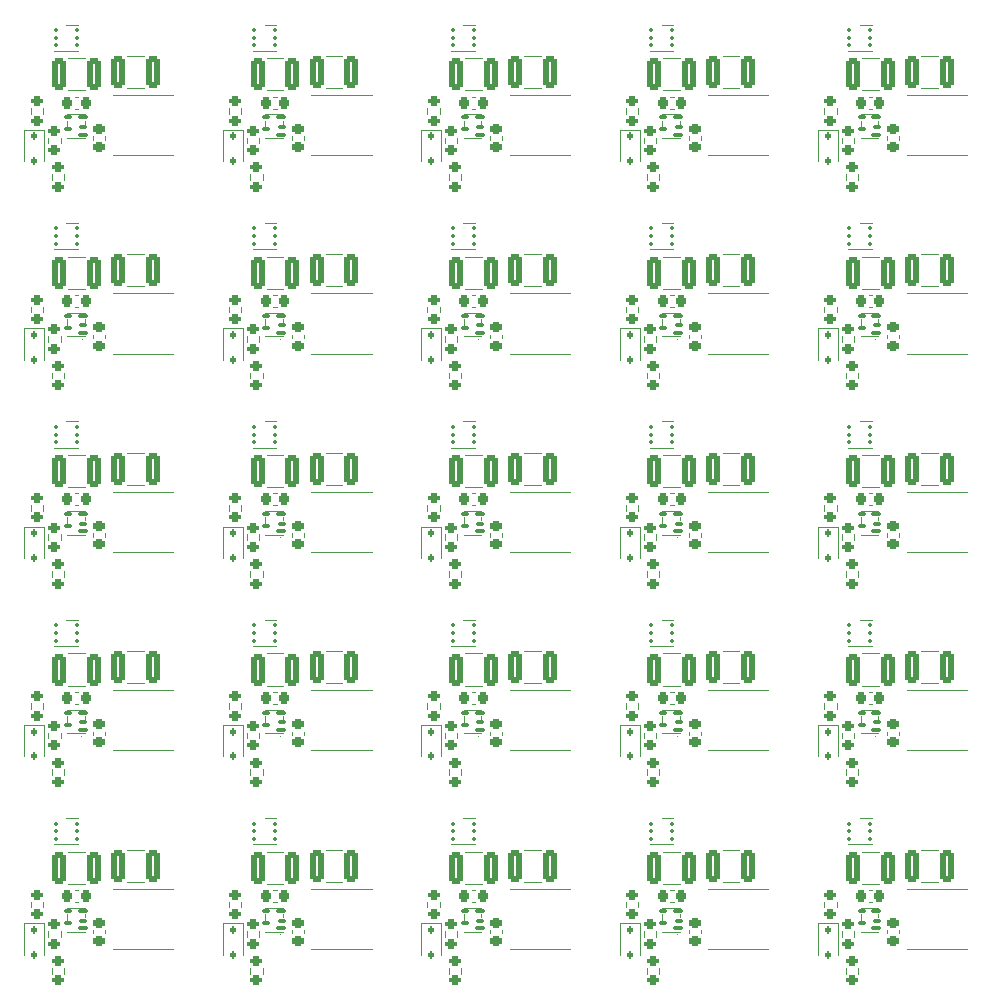
<source format=gto>
G04 #@! TF.GenerationSoftware,KiCad,Pcbnew,7.0.9*
G04 #@! TF.CreationDate,2024-01-01T14:05:58+01:00*
G04 #@! TF.ProjectId,Nutzen,4e75747a-656e-42e6-9b69-6361645f7063,rev?*
G04 #@! TF.SameCoordinates,Original*
G04 #@! TF.FileFunction,Legend,Top*
G04 #@! TF.FilePolarity,Positive*
%FSLAX46Y46*%
G04 Gerber Fmt 4.6, Leading zero omitted, Abs format (unit mm)*
G04 Created by KiCad (PCBNEW 7.0.9) date 2024-01-01 14:05:58*
%MOMM*%
%LPD*%
G01*
G04 APERTURE LIST*
G04 Aperture macros list*
%AMRoundRect*
0 Rectangle with rounded corners*
0 $1 Rounding radius*
0 $2 $3 $4 $5 $6 $7 $8 $9 X,Y pos of 4 corners*
0 Add a 4 corners polygon primitive as box body*
4,1,4,$2,$3,$4,$5,$6,$7,$8,$9,$2,$3,0*
0 Add four circle primitives for the rounded corners*
1,1,$1+$1,$2,$3*
1,1,$1+$1,$4,$5*
1,1,$1+$1,$6,$7*
1,1,$1+$1,$8,$9*
0 Add four rect primitives between the rounded corners*
20,1,$1+$1,$2,$3,$4,$5,0*
20,1,$1+$1,$4,$5,$6,$7,0*
20,1,$1+$1,$6,$7,$8,$9,0*
20,1,$1+$1,$8,$9,$2,$3,0*%
%AMFreePoly0*
4,1,32,0.469135,0.146194,0.504490,0.131549,0.531549,0.104490,0.546194,0.069135,0.550000,0.050000,0.550000,-0.050000,0.546194,-0.069135,0.531549,-0.104490,0.504490,-0.131549,0.469135,-0.146194,0.450000,-0.150000,-0.250000,-0.150000,-0.250000,-0.250000,-0.253806,-0.269135,-0.268451,-0.304490,-0.295510,-0.331549,-0.330865,-0.346194,-0.350000,-0.350000,-0.450000,-0.350000,-0.469135,-0.346194,
-0.504490,-0.331549,-0.531549,-0.304490,-0.546194,-0.269135,-0.550000,-0.250000,-0.550000,0.050000,-0.546194,0.069135,-0.531549,0.104490,-0.504490,0.131549,-0.469135,0.146194,-0.450000,0.150000,0.450000,0.150000,0.469135,0.146194,0.469135,0.146194,$1*%
G04 Aperture macros list end*
%ADD10C,0.120000*%
%ADD11RoundRect,0.112500X-0.112500X0.187500X-0.112500X-0.187500X0.112500X-0.187500X0.112500X0.187500X0*%
%ADD12RoundRect,0.250000X-0.325000X-1.100000X0.325000X-1.100000X0.325000X1.100000X-0.325000X1.100000X0*%
%ADD13RoundRect,0.200000X0.275000X-0.200000X0.275000X0.200000X-0.275000X0.200000X-0.275000X-0.200000X0*%
%ADD14RoundRect,0.225000X0.250000X-0.225000X0.250000X0.225000X-0.250000X0.225000X-0.250000X-0.225000X0*%
%ADD15RoundRect,0.093750X-0.093750X-0.106250X0.093750X-0.106250X0.093750X0.106250X-0.093750X0.106250X0*%
%ADD16R,1.000000X1.600000*%
%ADD17RoundRect,0.225000X-0.225000X-0.250000X0.225000X-0.250000X0.225000X0.250000X-0.225000X0.250000X0*%
%ADD18R,1.500000X4.000000*%
%ADD19RoundRect,0.100000X0.300000X0.050000X-0.300000X0.050000X-0.300000X-0.050000X0.300000X-0.050000X0*%
%ADD20RoundRect,0.100000X0.250000X0.050000X-0.250000X0.050000X-0.250000X-0.050000X0.250000X-0.050000X0*%
%ADD21FreePoly0,180.000000*%
%ADD22RoundRect,0.200000X-0.275000X0.200000X-0.275000X-0.200000X0.275000X-0.200000X0.275000X0.200000X0*%
G04 APERTURE END LIST*
D10*
X123750000Y-82890000D02*
X122050000Y-82890000D01*
X123750000Y-82890000D02*
X123750000Y-85550000D01*
X122050000Y-82890000D02*
X122050000Y-85550000D01*
X130763748Y-93440000D02*
X132186252Y-93440000D01*
X130763748Y-96160000D02*
X132186252Y-96160000D01*
X90150000Y-116490000D02*
X88450000Y-116490000D01*
X90150000Y-116490000D02*
X90150000Y-119150000D01*
X88450000Y-116490000D02*
X88450000Y-119150000D01*
X90777500Y-87137258D02*
X90777500Y-86662742D01*
X91822500Y-87137258D02*
X91822500Y-86662742D01*
X127890000Y-134140580D02*
X127890000Y-133859420D01*
X128910000Y-134140580D02*
X128910000Y-133859420D01*
X74200000Y-109810000D02*
X76200000Y-109810000D01*
X75200000Y-107590000D02*
X76200000Y-107590000D01*
X107800000Y-93010000D02*
X109800000Y-93010000D01*
X108800000Y-90790000D02*
X109800000Y-90790000D01*
X143134420Y-96890000D02*
X143415580Y-96890000D01*
X143134420Y-97910000D02*
X143415580Y-97910000D01*
X73350000Y-66090000D02*
X71650000Y-66090000D01*
X73350000Y-66090000D02*
X73350000Y-68750000D01*
X71650000Y-66090000D02*
X71650000Y-68750000D01*
X123750000Y-116490000D02*
X122050000Y-116490000D01*
X123750000Y-116490000D02*
X123750000Y-119150000D01*
X122050000Y-116490000D02*
X122050000Y-119150000D01*
X107577500Y-120737258D02*
X107577500Y-120262742D01*
X108622500Y-120737258D02*
X108622500Y-120262742D01*
X77490000Y-117340580D02*
X77490000Y-117059420D01*
X78510000Y-117340580D02*
X78510000Y-117059420D01*
X113963748Y-76640000D02*
X115386252Y-76640000D01*
X113963748Y-79360000D02*
X115386252Y-79360000D01*
X146350000Y-79950000D02*
X151450000Y-79950000D01*
X146350000Y-85050000D02*
X151450000Y-85050000D01*
X111090000Y-134140580D02*
X111090000Y-133859420D01*
X112110000Y-134140580D02*
X112110000Y-133859420D01*
X124077500Y-117637258D02*
X124077500Y-117162742D01*
X125122500Y-117637258D02*
X125122500Y-117162742D01*
X90477500Y-134437258D02*
X90477500Y-133962742D01*
X91522500Y-134437258D02*
X91522500Y-133962742D01*
X124600000Y-76210000D02*
X126600000Y-76210000D01*
X125600000Y-73990000D02*
X126600000Y-73990000D01*
X147563748Y-110240000D02*
X148986252Y-110240000D01*
X147563748Y-112960000D02*
X148986252Y-112960000D01*
X112750000Y-96750000D02*
X117850000Y-96750000D01*
X112750000Y-101850000D02*
X117850000Y-101850000D01*
X77490000Y-66940580D02*
X77490000Y-66659420D01*
X78510000Y-66940580D02*
X78510000Y-66659420D01*
X76750000Y-134000000D02*
X75250000Y-134000000D01*
X76750000Y-132525000D02*
X76750000Y-132775000D01*
X76750000Y-132000000D02*
X75250000Y-132000000D01*
X75250000Y-132525000D02*
X75250000Y-133000000D01*
X76550000Y-134250000D02*
G75*
G03*
X76550000Y-134250000I-50000J0D01*
G01*
X124600000Y-59410000D02*
X126600000Y-59410000D01*
X125600000Y-57190000D02*
X126600000Y-57190000D01*
X94290000Y-83740580D02*
X94290000Y-83459420D01*
X95310000Y-83740580D02*
X95310000Y-83459420D01*
X107277500Y-67237258D02*
X107277500Y-66762742D01*
X108322500Y-67237258D02*
X108322500Y-66762742D01*
X110350000Y-66800000D02*
X108850000Y-66800000D01*
X110350000Y-65325000D02*
X110350000Y-65575000D01*
X110350000Y-64800000D02*
X108850000Y-64800000D01*
X108850000Y-65325000D02*
X108850000Y-65800000D01*
X110150000Y-67050000D02*
G75*
G03*
X110150000Y-67050000I-50000J0D01*
G01*
X73677500Y-67237258D02*
X73677500Y-66762742D01*
X74722500Y-67237258D02*
X74722500Y-66762742D01*
X90777500Y-70337258D02*
X90777500Y-69862742D01*
X91822500Y-70337258D02*
X91822500Y-69862742D01*
X144690000Y-100540580D02*
X144690000Y-100259420D01*
X145710000Y-100540580D02*
X145710000Y-100259420D01*
X124077500Y-84037258D02*
X124077500Y-83562742D01*
X125122500Y-84037258D02*
X125122500Y-83562742D01*
X147563748Y-59840000D02*
X148986252Y-59840000D01*
X147563748Y-62560000D02*
X148986252Y-62560000D01*
X124377500Y-103937258D02*
X124377500Y-103462742D01*
X125422500Y-103937258D02*
X125422500Y-103462742D01*
X110350000Y-100400000D02*
X108850000Y-100400000D01*
X110350000Y-98925000D02*
X110350000Y-99175000D01*
X110350000Y-98400000D02*
X108850000Y-98400000D01*
X108850000Y-98925000D02*
X108850000Y-99400000D01*
X110150000Y-100650000D02*
G75*
G03*
X110150000Y-100650000I-50000J0D01*
G01*
X80363748Y-110240000D02*
X81786252Y-110240000D01*
X80363748Y-112960000D02*
X81786252Y-112960000D01*
X147563748Y-76640000D02*
X148986252Y-76640000D01*
X147563748Y-79360000D02*
X148986252Y-79360000D01*
X123622500Y-64262742D02*
X123622500Y-64737258D01*
X122577500Y-64262742D02*
X122577500Y-64737258D01*
X143950000Y-66800000D02*
X142450000Y-66800000D01*
X143950000Y-65325000D02*
X143950000Y-65575000D01*
X143950000Y-64800000D02*
X142450000Y-64800000D01*
X142450000Y-65325000D02*
X142450000Y-65800000D01*
X143750000Y-67050000D02*
G75*
G03*
X143750000Y-67050000I-50000J0D01*
G01*
X129550000Y-63150000D02*
X134650000Y-63150000D01*
X129550000Y-68250000D02*
X134650000Y-68250000D01*
X112750000Y-63150000D02*
X117850000Y-63150000D01*
X112750000Y-68250000D02*
X117850000Y-68250000D01*
X107800000Y-59410000D02*
X109800000Y-59410000D01*
X108800000Y-57190000D02*
X109800000Y-57190000D01*
X75934420Y-80090000D02*
X76215580Y-80090000D01*
X75934420Y-81110000D02*
X76215580Y-81110000D01*
X142563748Y-110440000D02*
X143986252Y-110440000D01*
X142563748Y-113160000D02*
X143986252Y-113160000D01*
X124600000Y-126610000D02*
X126600000Y-126610000D01*
X125600000Y-124390000D02*
X126600000Y-124390000D01*
X107577500Y-70337258D02*
X107577500Y-69862742D01*
X108622500Y-70337258D02*
X108622500Y-69862742D01*
X107277500Y-84037258D02*
X107277500Y-83562742D01*
X108322500Y-84037258D02*
X108322500Y-83562742D01*
X90477500Y-100837258D02*
X90477500Y-100362742D01*
X91522500Y-100837258D02*
X91522500Y-100362742D01*
X91000000Y-93010000D02*
X93000000Y-93010000D01*
X92000000Y-90790000D02*
X93000000Y-90790000D01*
X108963748Y-76840000D02*
X110386252Y-76840000D01*
X108963748Y-79560000D02*
X110386252Y-79560000D01*
X147563748Y-127040000D02*
X148986252Y-127040000D01*
X147563748Y-129760000D02*
X148986252Y-129760000D01*
X94290000Y-134140580D02*
X94290000Y-133859420D01*
X95310000Y-134140580D02*
X95310000Y-133859420D01*
X144690000Y-117340580D02*
X144690000Y-117059420D01*
X145710000Y-117340580D02*
X145710000Y-117059420D01*
X109534420Y-80090000D02*
X109815580Y-80090000D01*
X109534420Y-81110000D02*
X109815580Y-81110000D01*
X127890000Y-100540580D02*
X127890000Y-100259420D01*
X128910000Y-100540580D02*
X128910000Y-100259420D01*
X112750000Y-113550000D02*
X117850000Y-113550000D01*
X112750000Y-118650000D02*
X117850000Y-118650000D01*
X129550000Y-113550000D02*
X134650000Y-113550000D01*
X129550000Y-118650000D02*
X134650000Y-118650000D01*
X129550000Y-96750000D02*
X134650000Y-96750000D01*
X129550000Y-101850000D02*
X134650000Y-101850000D01*
X140877500Y-117637258D02*
X140877500Y-117162742D01*
X141922500Y-117637258D02*
X141922500Y-117162742D01*
X141177500Y-120737258D02*
X141177500Y-120262742D01*
X142222500Y-120737258D02*
X142222500Y-120262742D01*
X142563748Y-76840000D02*
X143986252Y-76840000D01*
X142563748Y-79560000D02*
X143986252Y-79560000D01*
X73222500Y-64262742D02*
X73222500Y-64737258D01*
X72177500Y-64262742D02*
X72177500Y-64737258D01*
X143950000Y-100400000D02*
X142450000Y-100400000D01*
X143950000Y-98925000D02*
X143950000Y-99175000D01*
X143950000Y-98400000D02*
X142450000Y-98400000D01*
X142450000Y-98925000D02*
X142450000Y-99400000D01*
X143750000Y-100650000D02*
G75*
G03*
X143750000Y-100650000I-50000J0D01*
G01*
X76750000Y-100400000D02*
X75250000Y-100400000D01*
X76750000Y-98925000D02*
X76750000Y-99175000D01*
X76750000Y-98400000D02*
X75250000Y-98400000D01*
X75250000Y-98925000D02*
X75250000Y-99400000D01*
X76550000Y-100650000D02*
G75*
G03*
X76550000Y-100650000I-50000J0D01*
G01*
X125763748Y-110440000D02*
X127186252Y-110440000D01*
X125763748Y-113160000D02*
X127186252Y-113160000D01*
X92734420Y-80090000D02*
X93015580Y-80090000D01*
X92734420Y-81110000D02*
X93015580Y-81110000D01*
X73350000Y-116490000D02*
X71650000Y-116490000D01*
X73350000Y-116490000D02*
X73350000Y-119150000D01*
X71650000Y-116490000D02*
X71650000Y-119150000D01*
X141177500Y-87137258D02*
X141177500Y-86662742D01*
X142222500Y-87137258D02*
X142222500Y-86662742D01*
X130763748Y-110240000D02*
X132186252Y-110240000D01*
X130763748Y-112960000D02*
X132186252Y-112960000D01*
X123750000Y-66090000D02*
X122050000Y-66090000D01*
X123750000Y-66090000D02*
X123750000Y-68750000D01*
X122050000Y-66090000D02*
X122050000Y-68750000D01*
X73977500Y-103937258D02*
X73977500Y-103462742D01*
X75022500Y-103937258D02*
X75022500Y-103462742D01*
X106822500Y-64262742D02*
X106822500Y-64737258D01*
X105777500Y-64262742D02*
X105777500Y-64737258D01*
X107277500Y-134437258D02*
X107277500Y-133962742D01*
X108322500Y-134437258D02*
X108322500Y-133962742D01*
X124077500Y-67237258D02*
X124077500Y-66762742D01*
X125122500Y-67237258D02*
X125122500Y-66762742D01*
X127890000Y-66940580D02*
X127890000Y-66659420D01*
X128910000Y-66940580D02*
X128910000Y-66659420D01*
X140422500Y-131462742D02*
X140422500Y-131937258D01*
X139377500Y-131462742D02*
X139377500Y-131937258D01*
X125763748Y-93640000D02*
X127186252Y-93640000D01*
X125763748Y-96360000D02*
X127186252Y-96360000D01*
X106950000Y-133290000D02*
X105250000Y-133290000D01*
X106950000Y-133290000D02*
X106950000Y-135950000D01*
X105250000Y-133290000D02*
X105250000Y-135950000D01*
X141400000Y-126610000D02*
X143400000Y-126610000D01*
X142400000Y-124390000D02*
X143400000Y-124390000D01*
X146350000Y-113550000D02*
X151450000Y-113550000D01*
X146350000Y-118650000D02*
X151450000Y-118650000D01*
X111090000Y-117340580D02*
X111090000Y-117059420D01*
X112110000Y-117340580D02*
X112110000Y-117059420D01*
X111090000Y-66940580D02*
X111090000Y-66659420D01*
X112110000Y-66940580D02*
X112110000Y-66659420D01*
X113963748Y-127040000D02*
X115386252Y-127040000D01*
X113963748Y-129760000D02*
X115386252Y-129760000D01*
X130763748Y-127040000D02*
X132186252Y-127040000D01*
X130763748Y-129760000D02*
X132186252Y-129760000D01*
X129550000Y-79950000D02*
X134650000Y-79950000D01*
X129550000Y-85050000D02*
X134650000Y-85050000D01*
X107277500Y-117637258D02*
X107277500Y-117162742D01*
X108322500Y-117637258D02*
X108322500Y-117162742D01*
X106950000Y-82890000D02*
X105250000Y-82890000D01*
X106950000Y-82890000D02*
X106950000Y-85550000D01*
X105250000Y-82890000D02*
X105250000Y-85550000D01*
X91000000Y-59410000D02*
X93000000Y-59410000D01*
X92000000Y-57190000D02*
X93000000Y-57190000D01*
X106822500Y-131462742D02*
X106822500Y-131937258D01*
X105777500Y-131462742D02*
X105777500Y-131937258D01*
X124600000Y-109810000D02*
X126600000Y-109810000D01*
X125600000Y-107590000D02*
X126600000Y-107590000D01*
X123622500Y-81062742D02*
X123622500Y-81537258D01*
X122577500Y-81062742D02*
X122577500Y-81537258D01*
X90022500Y-131462742D02*
X90022500Y-131937258D01*
X88977500Y-131462742D02*
X88977500Y-131937258D01*
X80363748Y-93440000D02*
X81786252Y-93440000D01*
X80363748Y-96160000D02*
X81786252Y-96160000D01*
X73977500Y-70337258D02*
X73977500Y-69862742D01*
X75022500Y-70337258D02*
X75022500Y-69862742D01*
X140550000Y-66090000D02*
X138850000Y-66090000D01*
X140550000Y-66090000D02*
X140550000Y-68750000D01*
X138850000Y-66090000D02*
X138850000Y-68750000D01*
X75363748Y-60040000D02*
X76786252Y-60040000D01*
X75363748Y-62760000D02*
X76786252Y-62760000D01*
X93550000Y-117200000D02*
X92050000Y-117200000D01*
X93550000Y-115725000D02*
X93550000Y-115975000D01*
X93550000Y-115200000D02*
X92050000Y-115200000D01*
X92050000Y-115725000D02*
X92050000Y-116200000D01*
X93350000Y-117450000D02*
G75*
G03*
X93350000Y-117450000I-50000J0D01*
G01*
X90022500Y-81062742D02*
X90022500Y-81537258D01*
X88977500Y-81062742D02*
X88977500Y-81537258D01*
X110350000Y-83600000D02*
X108850000Y-83600000D01*
X110350000Y-82125000D02*
X110350000Y-82375000D01*
X110350000Y-81600000D02*
X108850000Y-81600000D01*
X108850000Y-82125000D02*
X108850000Y-82600000D01*
X110150000Y-83850000D02*
G75*
G03*
X110150000Y-83850000I-50000J0D01*
G01*
X127890000Y-83740580D02*
X127890000Y-83459420D01*
X128910000Y-83740580D02*
X128910000Y-83459420D01*
X90477500Y-117637258D02*
X90477500Y-117162742D01*
X91522500Y-117637258D02*
X91522500Y-117162742D01*
X97163748Y-59840000D02*
X98586252Y-59840000D01*
X97163748Y-62560000D02*
X98586252Y-62560000D01*
X95950000Y-79950000D02*
X101050000Y-79950000D01*
X95950000Y-85050000D02*
X101050000Y-85050000D01*
X75934420Y-130490000D02*
X76215580Y-130490000D01*
X75934420Y-131510000D02*
X76215580Y-131510000D01*
X92163748Y-60040000D02*
X93586252Y-60040000D01*
X92163748Y-62760000D02*
X93586252Y-62760000D01*
X94290000Y-100540580D02*
X94290000Y-100259420D01*
X95310000Y-100540580D02*
X95310000Y-100259420D01*
X146350000Y-96750000D02*
X151450000Y-96750000D01*
X146350000Y-101850000D02*
X151450000Y-101850000D01*
X90150000Y-82890000D02*
X88450000Y-82890000D01*
X90150000Y-82890000D02*
X90150000Y-85550000D01*
X88450000Y-82890000D02*
X88450000Y-85550000D01*
X75363748Y-127240000D02*
X76786252Y-127240000D01*
X75363748Y-129960000D02*
X76786252Y-129960000D01*
X124600000Y-93010000D02*
X126600000Y-93010000D01*
X125600000Y-90790000D02*
X126600000Y-90790000D01*
X91000000Y-126610000D02*
X93000000Y-126610000D01*
X92000000Y-124390000D02*
X93000000Y-124390000D01*
X112750000Y-130350000D02*
X117850000Y-130350000D01*
X112750000Y-135450000D02*
X117850000Y-135450000D01*
X123750000Y-133290000D02*
X122050000Y-133290000D01*
X123750000Y-133290000D02*
X123750000Y-135950000D01*
X122050000Y-133290000D02*
X122050000Y-135950000D01*
X141177500Y-137537258D02*
X141177500Y-137062742D01*
X142222500Y-137537258D02*
X142222500Y-137062742D01*
X141400000Y-109810000D02*
X143400000Y-109810000D01*
X142400000Y-107590000D02*
X143400000Y-107590000D01*
X106822500Y-81062742D02*
X106822500Y-81537258D01*
X105777500Y-81062742D02*
X105777500Y-81537258D01*
X92734420Y-96890000D02*
X93015580Y-96890000D01*
X92734420Y-97910000D02*
X93015580Y-97910000D01*
X107577500Y-103937258D02*
X107577500Y-103462742D01*
X108622500Y-103937258D02*
X108622500Y-103462742D01*
X94290000Y-66940580D02*
X94290000Y-66659420D01*
X95310000Y-66940580D02*
X95310000Y-66659420D01*
X95950000Y-113550000D02*
X101050000Y-113550000D01*
X95950000Y-118650000D02*
X101050000Y-118650000D01*
X93550000Y-83600000D02*
X92050000Y-83600000D01*
X93550000Y-82125000D02*
X93550000Y-82375000D01*
X93550000Y-81600000D02*
X92050000Y-81600000D01*
X92050000Y-82125000D02*
X92050000Y-82600000D01*
X93350000Y-83850000D02*
G75*
G03*
X93350000Y-83850000I-50000J0D01*
G01*
X90777500Y-120737258D02*
X90777500Y-120262742D01*
X91822500Y-120737258D02*
X91822500Y-120262742D01*
X90022500Y-64262742D02*
X90022500Y-64737258D01*
X88977500Y-64262742D02*
X88977500Y-64737258D01*
X140550000Y-133290000D02*
X138850000Y-133290000D01*
X140550000Y-133290000D02*
X140550000Y-135950000D01*
X138850000Y-133290000D02*
X138850000Y-135950000D01*
X90150000Y-133290000D02*
X88450000Y-133290000D01*
X90150000Y-133290000D02*
X90150000Y-135950000D01*
X88450000Y-133290000D02*
X88450000Y-135950000D01*
X77490000Y-134140580D02*
X77490000Y-133859420D01*
X78510000Y-134140580D02*
X78510000Y-133859420D01*
X97163748Y-127040000D02*
X98586252Y-127040000D01*
X97163748Y-129760000D02*
X98586252Y-129760000D01*
X126334420Y-130490000D02*
X126615580Y-130490000D01*
X126334420Y-131510000D02*
X126615580Y-131510000D01*
X73977500Y-120737258D02*
X73977500Y-120262742D01*
X75022500Y-120737258D02*
X75022500Y-120262742D01*
X90150000Y-66090000D02*
X88450000Y-66090000D01*
X90150000Y-66090000D02*
X90150000Y-68750000D01*
X88450000Y-66090000D02*
X88450000Y-68750000D01*
X73677500Y-117637258D02*
X73677500Y-117162742D01*
X74722500Y-117637258D02*
X74722500Y-117162742D01*
X79150000Y-63150000D02*
X84250000Y-63150000D01*
X79150000Y-68250000D02*
X84250000Y-68250000D01*
X92163748Y-110440000D02*
X93586252Y-110440000D01*
X92163748Y-113160000D02*
X93586252Y-113160000D01*
X126334420Y-80090000D02*
X126615580Y-80090000D01*
X126334420Y-81110000D02*
X126615580Y-81110000D01*
X91000000Y-76210000D02*
X93000000Y-76210000D01*
X92000000Y-73990000D02*
X93000000Y-73990000D01*
X74200000Y-126610000D02*
X76200000Y-126610000D01*
X75200000Y-124390000D02*
X76200000Y-124390000D01*
X112750000Y-79950000D02*
X117850000Y-79950000D01*
X112750000Y-85050000D02*
X117850000Y-85050000D01*
X107277500Y-100837258D02*
X107277500Y-100362742D01*
X108322500Y-100837258D02*
X108322500Y-100362742D01*
X107800000Y-109810000D02*
X109800000Y-109810000D01*
X108800000Y-107590000D02*
X109800000Y-107590000D01*
X126334420Y-63290000D02*
X126615580Y-63290000D01*
X126334420Y-64310000D02*
X126615580Y-64310000D01*
X142563748Y-93640000D02*
X143986252Y-93640000D01*
X142563748Y-96360000D02*
X143986252Y-96360000D01*
X90150000Y-99690000D02*
X88450000Y-99690000D01*
X90150000Y-99690000D02*
X90150000Y-102350000D01*
X88450000Y-99690000D02*
X88450000Y-102350000D01*
X144690000Y-83740580D02*
X144690000Y-83459420D01*
X145710000Y-83740580D02*
X145710000Y-83459420D01*
X92163748Y-127240000D02*
X93586252Y-127240000D01*
X92163748Y-129960000D02*
X93586252Y-129960000D01*
X92163748Y-76840000D02*
X93586252Y-76840000D01*
X92163748Y-79560000D02*
X93586252Y-79560000D01*
X79150000Y-96750000D02*
X84250000Y-96750000D01*
X79150000Y-101850000D02*
X84250000Y-101850000D01*
X144690000Y-66940580D02*
X144690000Y-66659420D01*
X145710000Y-66940580D02*
X145710000Y-66659420D01*
X80363748Y-127040000D02*
X81786252Y-127040000D01*
X80363748Y-129760000D02*
X81786252Y-129760000D01*
X94290000Y-117340580D02*
X94290000Y-117059420D01*
X95310000Y-117340580D02*
X95310000Y-117059420D01*
X147563748Y-93440000D02*
X148986252Y-93440000D01*
X147563748Y-96160000D02*
X148986252Y-96160000D01*
X73677500Y-134437258D02*
X73677500Y-133962742D01*
X74722500Y-134437258D02*
X74722500Y-133962742D01*
X106950000Y-116490000D02*
X105250000Y-116490000D01*
X106950000Y-116490000D02*
X106950000Y-119150000D01*
X105250000Y-116490000D02*
X105250000Y-119150000D01*
X123622500Y-131462742D02*
X123622500Y-131937258D01*
X122577500Y-131462742D02*
X122577500Y-131937258D01*
X90777500Y-137537258D02*
X90777500Y-137062742D01*
X91822500Y-137537258D02*
X91822500Y-137062742D01*
X140422500Y-97862742D02*
X140422500Y-98337258D01*
X139377500Y-97862742D02*
X139377500Y-98337258D01*
X130763748Y-76640000D02*
X132186252Y-76640000D01*
X130763748Y-79360000D02*
X132186252Y-79360000D01*
X80363748Y-59840000D02*
X81786252Y-59840000D01*
X80363748Y-62560000D02*
X81786252Y-62560000D01*
X110350000Y-117200000D02*
X108850000Y-117200000D01*
X110350000Y-115725000D02*
X110350000Y-115975000D01*
X110350000Y-115200000D02*
X108850000Y-115200000D01*
X108850000Y-115725000D02*
X108850000Y-116200000D01*
X110150000Y-117450000D02*
G75*
G03*
X110150000Y-117450000I-50000J0D01*
G01*
X73977500Y-137537258D02*
X73977500Y-137062742D01*
X75022500Y-137537258D02*
X75022500Y-137062742D01*
X77490000Y-83740580D02*
X77490000Y-83459420D01*
X78510000Y-83740580D02*
X78510000Y-83459420D01*
X144690000Y-134140580D02*
X144690000Y-133859420D01*
X145710000Y-134140580D02*
X145710000Y-133859420D01*
X90022500Y-114662742D02*
X90022500Y-115137258D01*
X88977500Y-114662742D02*
X88977500Y-115137258D01*
X73222500Y-81062742D02*
X73222500Y-81537258D01*
X72177500Y-81062742D02*
X72177500Y-81537258D01*
X90477500Y-84037258D02*
X90477500Y-83562742D01*
X91522500Y-84037258D02*
X91522500Y-83562742D01*
X106822500Y-114662742D02*
X106822500Y-115137258D01*
X105777500Y-114662742D02*
X105777500Y-115137258D01*
X124377500Y-87137258D02*
X124377500Y-86662742D01*
X125422500Y-87137258D02*
X125422500Y-86662742D01*
X124377500Y-137537258D02*
X124377500Y-137062742D01*
X125422500Y-137537258D02*
X125422500Y-137062742D01*
X107577500Y-87137258D02*
X107577500Y-86662742D01*
X108622500Y-87137258D02*
X108622500Y-86662742D01*
X127150000Y-83600000D02*
X125650000Y-83600000D01*
X127150000Y-82125000D02*
X127150000Y-82375000D01*
X127150000Y-81600000D02*
X125650000Y-81600000D01*
X125650000Y-82125000D02*
X125650000Y-82600000D01*
X126950000Y-83850000D02*
G75*
G03*
X126950000Y-83850000I-50000J0D01*
G01*
X113963748Y-110240000D02*
X115386252Y-110240000D01*
X113963748Y-112960000D02*
X115386252Y-112960000D01*
X74200000Y-93010000D02*
X76200000Y-93010000D01*
X75200000Y-90790000D02*
X76200000Y-90790000D01*
X109534420Y-63290000D02*
X109815580Y-63290000D01*
X109534420Y-64310000D02*
X109815580Y-64310000D01*
X143134420Y-130490000D02*
X143415580Y-130490000D01*
X143134420Y-131510000D02*
X143415580Y-131510000D01*
X93550000Y-100400000D02*
X92050000Y-100400000D01*
X93550000Y-98925000D02*
X93550000Y-99175000D01*
X93550000Y-98400000D02*
X92050000Y-98400000D01*
X92050000Y-98925000D02*
X92050000Y-99400000D01*
X93350000Y-100650000D02*
G75*
G03*
X93350000Y-100650000I-50000J0D01*
G01*
X106950000Y-99690000D02*
X105250000Y-99690000D01*
X106950000Y-99690000D02*
X106950000Y-102350000D01*
X105250000Y-99690000D02*
X105250000Y-102350000D01*
X123622500Y-97862742D02*
X123622500Y-98337258D01*
X122577500Y-97862742D02*
X122577500Y-98337258D01*
X95950000Y-63150000D02*
X101050000Y-63150000D01*
X95950000Y-68250000D02*
X101050000Y-68250000D01*
X90477500Y-67237258D02*
X90477500Y-66762742D01*
X91522500Y-67237258D02*
X91522500Y-66762742D01*
X97163748Y-76640000D02*
X98586252Y-76640000D01*
X97163748Y-79360000D02*
X98586252Y-79360000D01*
X92163748Y-93640000D02*
X93586252Y-93640000D01*
X92163748Y-96360000D02*
X93586252Y-96360000D01*
X76750000Y-83600000D02*
X75250000Y-83600000D01*
X76750000Y-82125000D02*
X76750000Y-82375000D01*
X76750000Y-81600000D02*
X75250000Y-81600000D01*
X75250000Y-82125000D02*
X75250000Y-82600000D01*
X76550000Y-83850000D02*
G75*
G03*
X76550000Y-83850000I-50000J0D01*
G01*
X73350000Y-133290000D02*
X71650000Y-133290000D01*
X73350000Y-133290000D02*
X73350000Y-135950000D01*
X71650000Y-133290000D02*
X71650000Y-135950000D01*
X141400000Y-76210000D02*
X143400000Y-76210000D01*
X142400000Y-73990000D02*
X143400000Y-73990000D01*
X79150000Y-79950000D02*
X84250000Y-79950000D01*
X79150000Y-85050000D02*
X84250000Y-85050000D01*
X107800000Y-126610000D02*
X109800000Y-126610000D01*
X108800000Y-124390000D02*
X109800000Y-124390000D01*
X126334420Y-96890000D02*
X126615580Y-96890000D01*
X126334420Y-97910000D02*
X126615580Y-97910000D01*
X140877500Y-84037258D02*
X140877500Y-83562742D01*
X141922500Y-84037258D02*
X141922500Y-83562742D01*
X124077500Y-134437258D02*
X124077500Y-133962742D01*
X125122500Y-134437258D02*
X125122500Y-133962742D01*
X140877500Y-134437258D02*
X140877500Y-133962742D01*
X141922500Y-134437258D02*
X141922500Y-133962742D01*
X140877500Y-100837258D02*
X140877500Y-100362742D01*
X141922500Y-100837258D02*
X141922500Y-100362742D01*
X143950000Y-83600000D02*
X142450000Y-83600000D01*
X143950000Y-82125000D02*
X143950000Y-82375000D01*
X143950000Y-81600000D02*
X142450000Y-81600000D01*
X142450000Y-82125000D02*
X142450000Y-82600000D01*
X143750000Y-83850000D02*
G75*
G03*
X143750000Y-83850000I-50000J0D01*
G01*
X141177500Y-103937258D02*
X141177500Y-103462742D01*
X142222500Y-103937258D02*
X142222500Y-103462742D01*
X80363748Y-76640000D02*
X81786252Y-76640000D01*
X80363748Y-79360000D02*
X81786252Y-79360000D01*
X75934420Y-96890000D02*
X76215580Y-96890000D01*
X75934420Y-97910000D02*
X76215580Y-97910000D01*
X75934420Y-63290000D02*
X76215580Y-63290000D01*
X75934420Y-64310000D02*
X76215580Y-64310000D01*
X109534420Y-96890000D02*
X109815580Y-96890000D01*
X109534420Y-97910000D02*
X109815580Y-97910000D01*
X130763748Y-59840000D02*
X132186252Y-59840000D01*
X130763748Y-62560000D02*
X132186252Y-62560000D01*
X79150000Y-130350000D02*
X84250000Y-130350000D01*
X79150000Y-135450000D02*
X84250000Y-135450000D01*
X124377500Y-120737258D02*
X124377500Y-120262742D01*
X125422500Y-120737258D02*
X125422500Y-120262742D01*
X92734420Y-63290000D02*
X93015580Y-63290000D01*
X92734420Y-64310000D02*
X93015580Y-64310000D01*
X143950000Y-134000000D02*
X142450000Y-134000000D01*
X143950000Y-132525000D02*
X143950000Y-132775000D01*
X143950000Y-132000000D02*
X142450000Y-132000000D01*
X142450000Y-132525000D02*
X142450000Y-133000000D01*
X143750000Y-134250000D02*
G75*
G03*
X143750000Y-134250000I-50000J0D01*
G01*
X91000000Y-109810000D02*
X93000000Y-109810000D01*
X92000000Y-107590000D02*
X93000000Y-107590000D01*
X143134420Y-113690000D02*
X143415580Y-113690000D01*
X143134420Y-114710000D02*
X143415580Y-114710000D01*
X146350000Y-63150000D02*
X151450000Y-63150000D01*
X146350000Y-68250000D02*
X151450000Y-68250000D01*
X141400000Y-59410000D02*
X143400000Y-59410000D01*
X142400000Y-57190000D02*
X143400000Y-57190000D01*
X97163748Y-110240000D02*
X98586252Y-110240000D01*
X97163748Y-112960000D02*
X98586252Y-112960000D01*
X73350000Y-82890000D02*
X71650000Y-82890000D01*
X73350000Y-82890000D02*
X73350000Y-85550000D01*
X71650000Y-82890000D02*
X71650000Y-85550000D01*
X127150000Y-100400000D02*
X125650000Y-100400000D01*
X127150000Y-98925000D02*
X127150000Y-99175000D01*
X127150000Y-98400000D02*
X125650000Y-98400000D01*
X125650000Y-98925000D02*
X125650000Y-99400000D01*
X126950000Y-100650000D02*
G75*
G03*
X126950000Y-100650000I-50000J0D01*
G01*
X106822500Y-97862742D02*
X106822500Y-98337258D01*
X105777500Y-97862742D02*
X105777500Y-98337258D01*
X125763748Y-60040000D02*
X127186252Y-60040000D01*
X125763748Y-62760000D02*
X127186252Y-62760000D01*
X113963748Y-59840000D02*
X115386252Y-59840000D01*
X113963748Y-62560000D02*
X115386252Y-62560000D01*
X108963748Y-60040000D02*
X110386252Y-60040000D01*
X108963748Y-62760000D02*
X110386252Y-62760000D01*
X143134420Y-80090000D02*
X143415580Y-80090000D01*
X143134420Y-81110000D02*
X143415580Y-81110000D01*
X109534420Y-113690000D02*
X109815580Y-113690000D01*
X109534420Y-114710000D02*
X109815580Y-114710000D01*
X124377500Y-70337258D02*
X124377500Y-69862742D01*
X125422500Y-70337258D02*
X125422500Y-69862742D01*
X109534420Y-130490000D02*
X109815580Y-130490000D01*
X109534420Y-131510000D02*
X109815580Y-131510000D01*
X107800000Y-76210000D02*
X109800000Y-76210000D01*
X108800000Y-73990000D02*
X109800000Y-73990000D01*
X93550000Y-66800000D02*
X92050000Y-66800000D01*
X93550000Y-65325000D02*
X93550000Y-65575000D01*
X93550000Y-64800000D02*
X92050000Y-64800000D01*
X92050000Y-65325000D02*
X92050000Y-65800000D01*
X93350000Y-67050000D02*
G75*
G03*
X93350000Y-67050000I-50000J0D01*
G01*
X93550000Y-134000000D02*
X92050000Y-134000000D01*
X93550000Y-132525000D02*
X93550000Y-132775000D01*
X93550000Y-132000000D02*
X92050000Y-132000000D01*
X92050000Y-132525000D02*
X92050000Y-133000000D01*
X93350000Y-134250000D02*
G75*
G03*
X93350000Y-134250000I-50000J0D01*
G01*
X140550000Y-116490000D02*
X138850000Y-116490000D01*
X140550000Y-116490000D02*
X140550000Y-119150000D01*
X138850000Y-116490000D02*
X138850000Y-119150000D01*
X141177500Y-70337258D02*
X141177500Y-69862742D01*
X142222500Y-70337258D02*
X142222500Y-69862742D01*
X90777500Y-103937258D02*
X90777500Y-103462742D01*
X91822500Y-103937258D02*
X91822500Y-103462742D01*
X76750000Y-117200000D02*
X75250000Y-117200000D01*
X76750000Y-115725000D02*
X76750000Y-115975000D01*
X76750000Y-115200000D02*
X75250000Y-115200000D01*
X75250000Y-115725000D02*
X75250000Y-116200000D01*
X76550000Y-117450000D02*
G75*
G03*
X76550000Y-117450000I-50000J0D01*
G01*
X142563748Y-127240000D02*
X143986252Y-127240000D01*
X142563748Y-129960000D02*
X143986252Y-129960000D01*
X73977500Y-87137258D02*
X73977500Y-86662742D01*
X75022500Y-87137258D02*
X75022500Y-86662742D01*
X76750000Y-66800000D02*
X75250000Y-66800000D01*
X76750000Y-65325000D02*
X76750000Y-65575000D01*
X76750000Y-64800000D02*
X75250000Y-64800000D01*
X75250000Y-65325000D02*
X75250000Y-65800000D01*
X76550000Y-67050000D02*
G75*
G03*
X76550000Y-67050000I-50000J0D01*
G01*
X95950000Y-130350000D02*
X101050000Y-130350000D01*
X95950000Y-135450000D02*
X101050000Y-135450000D01*
X75363748Y-93640000D02*
X76786252Y-93640000D01*
X75363748Y-96360000D02*
X76786252Y-96360000D01*
X110350000Y-134000000D02*
X108850000Y-134000000D01*
X110350000Y-132525000D02*
X110350000Y-132775000D01*
X110350000Y-132000000D02*
X108850000Y-132000000D01*
X108850000Y-132525000D02*
X108850000Y-133000000D01*
X110150000Y-134250000D02*
G75*
G03*
X110150000Y-134250000I-50000J0D01*
G01*
X92734420Y-130490000D02*
X93015580Y-130490000D01*
X92734420Y-131510000D02*
X93015580Y-131510000D01*
X125763748Y-76840000D02*
X127186252Y-76840000D01*
X125763748Y-79560000D02*
X127186252Y-79560000D01*
X127890000Y-117340580D02*
X127890000Y-117059420D01*
X128910000Y-117340580D02*
X128910000Y-117059420D01*
X142563748Y-60040000D02*
X143986252Y-60040000D01*
X142563748Y-62760000D02*
X143986252Y-62760000D01*
X140550000Y-99690000D02*
X138850000Y-99690000D01*
X140550000Y-99690000D02*
X140550000Y-102350000D01*
X138850000Y-99690000D02*
X138850000Y-102350000D01*
X73222500Y-131462742D02*
X73222500Y-131937258D01*
X72177500Y-131462742D02*
X72177500Y-131937258D01*
X111090000Y-100540580D02*
X111090000Y-100259420D01*
X112110000Y-100540580D02*
X112110000Y-100259420D01*
X140422500Y-64262742D02*
X140422500Y-64737258D01*
X139377500Y-64262742D02*
X139377500Y-64737258D01*
X73677500Y-100837258D02*
X73677500Y-100362742D01*
X74722500Y-100837258D02*
X74722500Y-100362742D01*
X143134420Y-63290000D02*
X143415580Y-63290000D01*
X143134420Y-64310000D02*
X143415580Y-64310000D01*
X75363748Y-76840000D02*
X76786252Y-76840000D01*
X75363748Y-79560000D02*
X76786252Y-79560000D01*
X106950000Y-66090000D02*
X105250000Y-66090000D01*
X106950000Y-66090000D02*
X106950000Y-68750000D01*
X105250000Y-66090000D02*
X105250000Y-68750000D01*
X129550000Y-130350000D02*
X134650000Y-130350000D01*
X129550000Y-135450000D02*
X134650000Y-135450000D01*
X75934420Y-113690000D02*
X76215580Y-113690000D01*
X75934420Y-114710000D02*
X76215580Y-114710000D01*
X140877500Y-67237258D02*
X140877500Y-66762742D01*
X141922500Y-67237258D02*
X141922500Y-66762742D01*
X140550000Y-82890000D02*
X138850000Y-82890000D01*
X140550000Y-82890000D02*
X140550000Y-85550000D01*
X138850000Y-82890000D02*
X138850000Y-85550000D01*
X127150000Y-117200000D02*
X125650000Y-117200000D01*
X127150000Y-115725000D02*
X127150000Y-115975000D01*
X127150000Y-115200000D02*
X125650000Y-115200000D01*
X125650000Y-115725000D02*
X125650000Y-116200000D01*
X126950000Y-117450000D02*
G75*
G03*
X126950000Y-117450000I-50000J0D01*
G01*
X95950000Y-96750000D02*
X101050000Y-96750000D01*
X95950000Y-101850000D02*
X101050000Y-101850000D01*
X123750000Y-99690000D02*
X122050000Y-99690000D01*
X123750000Y-99690000D02*
X123750000Y-102350000D01*
X122050000Y-99690000D02*
X122050000Y-102350000D01*
X92734420Y-113690000D02*
X93015580Y-113690000D01*
X92734420Y-114710000D02*
X93015580Y-114710000D01*
X107577500Y-137537258D02*
X107577500Y-137062742D01*
X108622500Y-137537258D02*
X108622500Y-137062742D01*
X141400000Y-93010000D02*
X143400000Y-93010000D01*
X142400000Y-90790000D02*
X143400000Y-90790000D01*
X127150000Y-66800000D02*
X125650000Y-66800000D01*
X127150000Y-65325000D02*
X127150000Y-65575000D01*
X127150000Y-64800000D02*
X125650000Y-64800000D01*
X125650000Y-65325000D02*
X125650000Y-65800000D01*
X126950000Y-67050000D02*
G75*
G03*
X126950000Y-67050000I-50000J0D01*
G01*
X123622500Y-114662742D02*
X123622500Y-115137258D01*
X122577500Y-114662742D02*
X122577500Y-115137258D01*
X73222500Y-114662742D02*
X73222500Y-115137258D01*
X72177500Y-114662742D02*
X72177500Y-115137258D01*
X73350000Y-99690000D02*
X71650000Y-99690000D01*
X73350000Y-99690000D02*
X73350000Y-102350000D01*
X71650000Y-99690000D02*
X71650000Y-102350000D01*
X74200000Y-59410000D02*
X76200000Y-59410000D01*
X75200000Y-57190000D02*
X76200000Y-57190000D01*
X90022500Y-97862742D02*
X90022500Y-98337258D01*
X88977500Y-97862742D02*
X88977500Y-98337258D01*
X108963748Y-127240000D02*
X110386252Y-127240000D01*
X108963748Y-129960000D02*
X110386252Y-129960000D01*
X111090000Y-83740580D02*
X111090000Y-83459420D01*
X112110000Y-83740580D02*
X112110000Y-83459420D01*
X126334420Y-113690000D02*
X126615580Y-113690000D01*
X126334420Y-114710000D02*
X126615580Y-114710000D01*
X140422500Y-81062742D02*
X140422500Y-81537258D01*
X139377500Y-81062742D02*
X139377500Y-81537258D01*
X143950000Y-117200000D02*
X142450000Y-117200000D01*
X143950000Y-115725000D02*
X143950000Y-115975000D01*
X143950000Y-115200000D02*
X142450000Y-115200000D01*
X142450000Y-115725000D02*
X142450000Y-116200000D01*
X143750000Y-117450000D02*
G75*
G03*
X143750000Y-117450000I-50000J0D01*
G01*
X113963748Y-93440000D02*
X115386252Y-93440000D01*
X113963748Y-96160000D02*
X115386252Y-96160000D01*
X125763748Y-127240000D02*
X127186252Y-127240000D01*
X125763748Y-129960000D02*
X127186252Y-129960000D01*
X127150000Y-134000000D02*
X125650000Y-134000000D01*
X127150000Y-132525000D02*
X127150000Y-132775000D01*
X127150000Y-132000000D02*
X125650000Y-132000000D01*
X125650000Y-132525000D02*
X125650000Y-133000000D01*
X126950000Y-134250000D02*
G75*
G03*
X126950000Y-134250000I-50000J0D01*
G01*
X74200000Y-76210000D02*
X76200000Y-76210000D01*
X75200000Y-73990000D02*
X76200000Y-73990000D01*
X75363748Y-110440000D02*
X76786252Y-110440000D01*
X75363748Y-113160000D02*
X76786252Y-113160000D01*
X79150000Y-113550000D02*
X84250000Y-113550000D01*
X79150000Y-118650000D02*
X84250000Y-118650000D01*
X77490000Y-100540580D02*
X77490000Y-100259420D01*
X78510000Y-100540580D02*
X78510000Y-100259420D01*
X124077500Y-100837258D02*
X124077500Y-100362742D01*
X125122500Y-100837258D02*
X125122500Y-100362742D01*
X140422500Y-114662742D02*
X140422500Y-115137258D01*
X139377500Y-114662742D02*
X139377500Y-115137258D01*
X73222500Y-97862742D02*
X73222500Y-98337258D01*
X72177500Y-97862742D02*
X72177500Y-98337258D01*
X97163748Y-93440000D02*
X98586252Y-93440000D01*
X97163748Y-96160000D02*
X98586252Y-96160000D01*
X146350000Y-130350000D02*
X151450000Y-130350000D01*
X146350000Y-135450000D02*
X151450000Y-135450000D01*
X108963748Y-93640000D02*
X110386252Y-93640000D01*
X108963748Y-96360000D02*
X110386252Y-96360000D01*
X108963748Y-110440000D02*
X110386252Y-110440000D01*
X108963748Y-113160000D02*
X110386252Y-113160000D01*
X73677500Y-84037258D02*
X73677500Y-83562742D01*
X74722500Y-84037258D02*
X74722500Y-83562742D01*
%LPC*%
D11*
X122900000Y-83450000D03*
X122900000Y-85550000D03*
D12*
X130000000Y-94800000D03*
X132950000Y-94800000D03*
D11*
X89300000Y-117050000D03*
X89300000Y-119150000D03*
D13*
X91300000Y-87725000D03*
X91300000Y-86075000D03*
D14*
X128400000Y-134775000D03*
X128400000Y-133225000D03*
D15*
X74312500Y-108050000D03*
X74312500Y-108700000D03*
X74312500Y-109350000D03*
X76087500Y-109350000D03*
X76087500Y-108700000D03*
X76087500Y-108050000D03*
D16*
X75200000Y-108700000D03*
D15*
X107912500Y-91250000D03*
X107912500Y-91900000D03*
X107912500Y-92550000D03*
X109687500Y-92550000D03*
X109687500Y-91900000D03*
X109687500Y-91250000D03*
D16*
X108800000Y-91900000D03*
D17*
X142500000Y-97400000D03*
X144050000Y-97400000D03*
D11*
X72500000Y-66650000D03*
X72500000Y-68750000D03*
X122900000Y-117050000D03*
X122900000Y-119150000D03*
D13*
X108100000Y-121325000D03*
X108100000Y-119675000D03*
D14*
X78000000Y-117975000D03*
X78000000Y-116425000D03*
D12*
X113200000Y-78000000D03*
X116150000Y-78000000D03*
D18*
X147100000Y-82500000D03*
X150700000Y-82500000D03*
D14*
X111600000Y-134775000D03*
X111600000Y-133225000D03*
D13*
X124600000Y-118225000D03*
X124600000Y-116575000D03*
X91000000Y-135025000D03*
X91000000Y-133375000D03*
D15*
X124712500Y-74450000D03*
X124712500Y-75100000D03*
X124712500Y-75750000D03*
X126487500Y-75750000D03*
X126487500Y-75100000D03*
X126487500Y-74450000D03*
D16*
X125600000Y-75100000D03*
D12*
X146800000Y-111600000D03*
X149750000Y-111600000D03*
D18*
X113500000Y-99300000D03*
X117100000Y-99300000D03*
D14*
X78000000Y-67575000D03*
X78000000Y-66025000D03*
D19*
X76600000Y-133700000D03*
D20*
X76650000Y-133050000D03*
D19*
X76600000Y-132250000D03*
D20*
X75350000Y-132250000D03*
X75350000Y-133275000D03*
D21*
X75550000Y-133775000D03*
D15*
X124712500Y-57650000D03*
X124712500Y-58300000D03*
X124712500Y-58950000D03*
X126487500Y-58950000D03*
X126487500Y-58300000D03*
X126487500Y-57650000D03*
D16*
X125600000Y-58300000D03*
D14*
X94800000Y-84375000D03*
X94800000Y-82825000D03*
D13*
X107800000Y-67825000D03*
X107800000Y-66175000D03*
D19*
X110200000Y-66500000D03*
D20*
X110250000Y-65850000D03*
D19*
X110200000Y-65050000D03*
D20*
X108950000Y-65050000D03*
X108950000Y-66075000D03*
D21*
X109150000Y-66575000D03*
D13*
X74200000Y-67825000D03*
X74200000Y-66175000D03*
X91300000Y-70925000D03*
X91300000Y-69275000D03*
D14*
X145200000Y-101175000D03*
X145200000Y-99625000D03*
D13*
X124600000Y-84625000D03*
X124600000Y-82975000D03*
D12*
X146800000Y-61200000D03*
X149750000Y-61200000D03*
D13*
X124900000Y-104525000D03*
X124900000Y-102875000D03*
D19*
X110200000Y-100100000D03*
D20*
X110250000Y-99450000D03*
D19*
X110200000Y-98650000D03*
D20*
X108950000Y-98650000D03*
X108950000Y-99675000D03*
D21*
X109150000Y-100175000D03*
D12*
X79600000Y-111600000D03*
X82550000Y-111600000D03*
X146800000Y-78000000D03*
X149750000Y-78000000D03*
D22*
X123100000Y-63675000D03*
X123100000Y-65325000D03*
D19*
X143800000Y-66500000D03*
D20*
X143850000Y-65850000D03*
D19*
X143800000Y-65050000D03*
D20*
X142550000Y-65050000D03*
X142550000Y-66075000D03*
D21*
X142750000Y-66575000D03*
D18*
X130300000Y-65700000D03*
X133900000Y-65700000D03*
X113500000Y-65700000D03*
X117100000Y-65700000D03*
D15*
X107912500Y-57650000D03*
X107912500Y-58300000D03*
X107912500Y-58950000D03*
X109687500Y-58950000D03*
X109687500Y-58300000D03*
X109687500Y-57650000D03*
D16*
X108800000Y-58300000D03*
D17*
X75300000Y-80600000D03*
X76850000Y-80600000D03*
D12*
X141800000Y-111800000D03*
X144750000Y-111800000D03*
D15*
X124712500Y-124850000D03*
X124712500Y-125500000D03*
X124712500Y-126150000D03*
X126487500Y-126150000D03*
X126487500Y-125500000D03*
X126487500Y-124850000D03*
D16*
X125600000Y-125500000D03*
D13*
X108100000Y-70925000D03*
X108100000Y-69275000D03*
X107800000Y-84625000D03*
X107800000Y-82975000D03*
X91000000Y-101425000D03*
X91000000Y-99775000D03*
D15*
X91112500Y-91250000D03*
X91112500Y-91900000D03*
X91112500Y-92550000D03*
X92887500Y-92550000D03*
X92887500Y-91900000D03*
X92887500Y-91250000D03*
D16*
X92000000Y-91900000D03*
D12*
X108200000Y-78200000D03*
X111150000Y-78200000D03*
X146800000Y-128400000D03*
X149750000Y-128400000D03*
D14*
X94800000Y-134775000D03*
X94800000Y-133225000D03*
X145200000Y-117975000D03*
X145200000Y-116425000D03*
D17*
X108900000Y-80600000D03*
X110450000Y-80600000D03*
D14*
X128400000Y-101175000D03*
X128400000Y-99625000D03*
D18*
X113500000Y-116100000D03*
X117100000Y-116100000D03*
X130300000Y-116100000D03*
X133900000Y-116100000D03*
X130300000Y-99300000D03*
X133900000Y-99300000D03*
D13*
X141400000Y-118225000D03*
X141400000Y-116575000D03*
X141700000Y-121325000D03*
X141700000Y-119675000D03*
D12*
X141800000Y-78200000D03*
X144750000Y-78200000D03*
D22*
X72700000Y-63675000D03*
X72700000Y-65325000D03*
D19*
X143800000Y-100100000D03*
D20*
X143850000Y-99450000D03*
D19*
X143800000Y-98650000D03*
D20*
X142550000Y-98650000D03*
X142550000Y-99675000D03*
D21*
X142750000Y-100175000D03*
D19*
X76600000Y-100100000D03*
D20*
X76650000Y-99450000D03*
D19*
X76600000Y-98650000D03*
D20*
X75350000Y-98650000D03*
X75350000Y-99675000D03*
D21*
X75550000Y-100175000D03*
D12*
X125000000Y-111800000D03*
X127950000Y-111800000D03*
D17*
X92100000Y-80600000D03*
X93650000Y-80600000D03*
D11*
X72500000Y-117050000D03*
X72500000Y-119150000D03*
D13*
X141700000Y-87725000D03*
X141700000Y-86075000D03*
D12*
X130000000Y-111600000D03*
X132950000Y-111600000D03*
D11*
X122900000Y-66650000D03*
X122900000Y-68750000D03*
D13*
X74500000Y-104525000D03*
X74500000Y-102875000D03*
D22*
X106300000Y-63675000D03*
X106300000Y-65325000D03*
D13*
X107800000Y-135025000D03*
X107800000Y-133375000D03*
X124600000Y-67825000D03*
X124600000Y-66175000D03*
D14*
X128400000Y-67575000D03*
X128400000Y-66025000D03*
D22*
X139900000Y-130875000D03*
X139900000Y-132525000D03*
D12*
X125000000Y-95000000D03*
X127950000Y-95000000D03*
D11*
X106100000Y-133850000D03*
X106100000Y-135950000D03*
D15*
X141512500Y-124850000D03*
X141512500Y-125500000D03*
X141512500Y-126150000D03*
X143287500Y-126150000D03*
X143287500Y-125500000D03*
X143287500Y-124850000D03*
D16*
X142400000Y-125500000D03*
D18*
X147100000Y-116100000D03*
X150700000Y-116100000D03*
D14*
X111600000Y-117975000D03*
X111600000Y-116425000D03*
X111600000Y-67575000D03*
X111600000Y-66025000D03*
D12*
X113200000Y-128400000D03*
X116150000Y-128400000D03*
X130000000Y-128400000D03*
X132950000Y-128400000D03*
D18*
X130300000Y-82500000D03*
X133900000Y-82500000D03*
D13*
X107800000Y-118225000D03*
X107800000Y-116575000D03*
D11*
X106100000Y-83450000D03*
X106100000Y-85550000D03*
D15*
X91112500Y-57650000D03*
X91112500Y-58300000D03*
X91112500Y-58950000D03*
X92887500Y-58950000D03*
X92887500Y-58300000D03*
X92887500Y-57650000D03*
D16*
X92000000Y-58300000D03*
D22*
X106300000Y-130875000D03*
X106300000Y-132525000D03*
D15*
X124712500Y-108050000D03*
X124712500Y-108700000D03*
X124712500Y-109350000D03*
X126487500Y-109350000D03*
X126487500Y-108700000D03*
X126487500Y-108050000D03*
D16*
X125600000Y-108700000D03*
D22*
X123100000Y-80475000D03*
X123100000Y-82125000D03*
X89500000Y-130875000D03*
X89500000Y-132525000D03*
D12*
X79600000Y-94800000D03*
X82550000Y-94800000D03*
D13*
X74500000Y-70925000D03*
X74500000Y-69275000D03*
D11*
X139700000Y-66650000D03*
X139700000Y-68750000D03*
D12*
X74600000Y-61400000D03*
X77550000Y-61400000D03*
D19*
X93400000Y-116900000D03*
D20*
X93450000Y-116250000D03*
D19*
X93400000Y-115450000D03*
D20*
X92150000Y-115450000D03*
X92150000Y-116475000D03*
D21*
X92350000Y-116975000D03*
D22*
X89500000Y-80475000D03*
X89500000Y-82125000D03*
D19*
X110200000Y-83300000D03*
D20*
X110250000Y-82650000D03*
D19*
X110200000Y-81850000D03*
D20*
X108950000Y-81850000D03*
X108950000Y-82875000D03*
D21*
X109150000Y-83375000D03*
D14*
X128400000Y-84375000D03*
X128400000Y-82825000D03*
D13*
X91000000Y-118225000D03*
X91000000Y-116575000D03*
D12*
X96400000Y-61200000D03*
X99350000Y-61200000D03*
D18*
X96700000Y-82500000D03*
X100300000Y-82500000D03*
D17*
X75300000Y-131000000D03*
X76850000Y-131000000D03*
D12*
X91400000Y-61400000D03*
X94350000Y-61400000D03*
D14*
X94800000Y-101175000D03*
X94800000Y-99625000D03*
D18*
X147100000Y-99300000D03*
X150700000Y-99300000D03*
D11*
X89300000Y-83450000D03*
X89300000Y-85550000D03*
D12*
X74600000Y-128600000D03*
X77550000Y-128600000D03*
D15*
X124712500Y-91250000D03*
X124712500Y-91900000D03*
X124712500Y-92550000D03*
X126487500Y-92550000D03*
X126487500Y-91900000D03*
X126487500Y-91250000D03*
D16*
X125600000Y-91900000D03*
D15*
X91112500Y-124850000D03*
X91112500Y-125500000D03*
X91112500Y-126150000D03*
X92887500Y-126150000D03*
X92887500Y-125500000D03*
X92887500Y-124850000D03*
D16*
X92000000Y-125500000D03*
D18*
X113500000Y-132900000D03*
X117100000Y-132900000D03*
D11*
X122900000Y-133850000D03*
X122900000Y-135950000D03*
D13*
X141700000Y-138125000D03*
X141700000Y-136475000D03*
D15*
X141512500Y-108050000D03*
X141512500Y-108700000D03*
X141512500Y-109350000D03*
X143287500Y-109350000D03*
X143287500Y-108700000D03*
X143287500Y-108050000D03*
D16*
X142400000Y-108700000D03*
D22*
X106300000Y-80475000D03*
X106300000Y-82125000D03*
D17*
X92100000Y-97400000D03*
X93650000Y-97400000D03*
D13*
X108100000Y-104525000D03*
X108100000Y-102875000D03*
D14*
X94800000Y-67575000D03*
X94800000Y-66025000D03*
D18*
X96700000Y-116100000D03*
X100300000Y-116100000D03*
D19*
X93400000Y-83300000D03*
D20*
X93450000Y-82650000D03*
D19*
X93400000Y-81850000D03*
D20*
X92150000Y-81850000D03*
X92150000Y-82875000D03*
D21*
X92350000Y-83375000D03*
D13*
X91300000Y-121325000D03*
X91300000Y-119675000D03*
D22*
X89500000Y-63675000D03*
X89500000Y-65325000D03*
D11*
X139700000Y-133850000D03*
X139700000Y-135950000D03*
X89300000Y-133850000D03*
X89300000Y-135950000D03*
D14*
X78000000Y-134775000D03*
X78000000Y-133225000D03*
D12*
X96400000Y-128400000D03*
X99350000Y-128400000D03*
D17*
X125700000Y-131000000D03*
X127250000Y-131000000D03*
D13*
X74500000Y-121325000D03*
X74500000Y-119675000D03*
D11*
X89300000Y-66650000D03*
X89300000Y-68750000D03*
D13*
X74200000Y-118225000D03*
X74200000Y-116575000D03*
D18*
X79900000Y-65700000D03*
X83500000Y-65700000D03*
D12*
X91400000Y-111800000D03*
X94350000Y-111800000D03*
D17*
X125700000Y-80600000D03*
X127250000Y-80600000D03*
D15*
X91112500Y-74450000D03*
X91112500Y-75100000D03*
X91112500Y-75750000D03*
X92887500Y-75750000D03*
X92887500Y-75100000D03*
X92887500Y-74450000D03*
D16*
X92000000Y-75100000D03*
D15*
X74312500Y-124850000D03*
X74312500Y-125500000D03*
X74312500Y-126150000D03*
X76087500Y-126150000D03*
X76087500Y-125500000D03*
X76087500Y-124850000D03*
D16*
X75200000Y-125500000D03*
D18*
X113500000Y-82500000D03*
X117100000Y-82500000D03*
D13*
X107800000Y-101425000D03*
X107800000Y-99775000D03*
D15*
X107912500Y-108050000D03*
X107912500Y-108700000D03*
X107912500Y-109350000D03*
X109687500Y-109350000D03*
X109687500Y-108700000D03*
X109687500Y-108050000D03*
D16*
X108800000Y-108700000D03*
D17*
X125700000Y-63800000D03*
X127250000Y-63800000D03*
D12*
X141800000Y-95000000D03*
X144750000Y-95000000D03*
D11*
X89300000Y-100250000D03*
X89300000Y-102350000D03*
D14*
X145200000Y-84375000D03*
X145200000Y-82825000D03*
D12*
X91400000Y-128600000D03*
X94350000Y-128600000D03*
X91400000Y-78200000D03*
X94350000Y-78200000D03*
D18*
X79900000Y-99300000D03*
X83500000Y-99300000D03*
D14*
X145200000Y-67575000D03*
X145200000Y-66025000D03*
D12*
X79600000Y-128400000D03*
X82550000Y-128400000D03*
D14*
X94800000Y-117975000D03*
X94800000Y-116425000D03*
D12*
X146800000Y-94800000D03*
X149750000Y-94800000D03*
D13*
X74200000Y-135025000D03*
X74200000Y-133375000D03*
D11*
X106100000Y-117050000D03*
X106100000Y-119150000D03*
D22*
X123100000Y-130875000D03*
X123100000Y-132525000D03*
D13*
X91300000Y-138125000D03*
X91300000Y-136475000D03*
D22*
X139900000Y-97275000D03*
X139900000Y-98925000D03*
D12*
X130000000Y-78000000D03*
X132950000Y-78000000D03*
X79600000Y-61200000D03*
X82550000Y-61200000D03*
D19*
X110200000Y-116900000D03*
D20*
X110250000Y-116250000D03*
D19*
X110200000Y-115450000D03*
D20*
X108950000Y-115450000D03*
X108950000Y-116475000D03*
D21*
X109150000Y-116975000D03*
D13*
X74500000Y-138125000D03*
X74500000Y-136475000D03*
D14*
X78000000Y-84375000D03*
X78000000Y-82825000D03*
X145200000Y-134775000D03*
X145200000Y-133225000D03*
D22*
X89500000Y-114075000D03*
X89500000Y-115725000D03*
X72700000Y-80475000D03*
X72700000Y-82125000D03*
D13*
X91000000Y-84625000D03*
X91000000Y-82975000D03*
D22*
X106300000Y-114075000D03*
X106300000Y-115725000D03*
D13*
X124900000Y-87725000D03*
X124900000Y-86075000D03*
X124900000Y-138125000D03*
X124900000Y-136475000D03*
X108100000Y-87725000D03*
X108100000Y-86075000D03*
D19*
X127000000Y-83300000D03*
D20*
X127050000Y-82650000D03*
D19*
X127000000Y-81850000D03*
D20*
X125750000Y-81850000D03*
X125750000Y-82875000D03*
D21*
X125950000Y-83375000D03*
D12*
X113200000Y-111600000D03*
X116150000Y-111600000D03*
D15*
X74312500Y-91250000D03*
X74312500Y-91900000D03*
X74312500Y-92550000D03*
X76087500Y-92550000D03*
X76087500Y-91900000D03*
X76087500Y-91250000D03*
D16*
X75200000Y-91900000D03*
D17*
X108900000Y-63800000D03*
X110450000Y-63800000D03*
X142500000Y-131000000D03*
X144050000Y-131000000D03*
D19*
X93400000Y-100100000D03*
D20*
X93450000Y-99450000D03*
D19*
X93400000Y-98650000D03*
D20*
X92150000Y-98650000D03*
X92150000Y-99675000D03*
D21*
X92350000Y-100175000D03*
D11*
X106100000Y-100250000D03*
X106100000Y-102350000D03*
D22*
X123100000Y-97275000D03*
X123100000Y-98925000D03*
D18*
X96700000Y-65700000D03*
X100300000Y-65700000D03*
D13*
X91000000Y-67825000D03*
X91000000Y-66175000D03*
D12*
X96400000Y-78000000D03*
X99350000Y-78000000D03*
X91400000Y-95000000D03*
X94350000Y-95000000D03*
D19*
X76600000Y-83300000D03*
D20*
X76650000Y-82650000D03*
D19*
X76600000Y-81850000D03*
D20*
X75350000Y-81850000D03*
X75350000Y-82875000D03*
D21*
X75550000Y-83375000D03*
D11*
X72500000Y-133850000D03*
X72500000Y-135950000D03*
D15*
X141512500Y-74450000D03*
X141512500Y-75100000D03*
X141512500Y-75750000D03*
X143287500Y-75750000D03*
X143287500Y-75100000D03*
X143287500Y-74450000D03*
D16*
X142400000Y-75100000D03*
D18*
X79900000Y-82500000D03*
X83500000Y-82500000D03*
D15*
X107912500Y-124850000D03*
X107912500Y-125500000D03*
X107912500Y-126150000D03*
X109687500Y-126150000D03*
X109687500Y-125500000D03*
X109687500Y-124850000D03*
D16*
X108800000Y-125500000D03*
D17*
X125700000Y-97400000D03*
X127250000Y-97400000D03*
D13*
X141400000Y-84625000D03*
X141400000Y-82975000D03*
X124600000Y-135025000D03*
X124600000Y-133375000D03*
X141400000Y-135025000D03*
X141400000Y-133375000D03*
X141400000Y-101425000D03*
X141400000Y-99775000D03*
D19*
X143800000Y-83300000D03*
D20*
X143850000Y-82650000D03*
D19*
X143800000Y-81850000D03*
D20*
X142550000Y-81850000D03*
X142550000Y-82875000D03*
D21*
X142750000Y-83375000D03*
D13*
X141700000Y-104525000D03*
X141700000Y-102875000D03*
D12*
X79600000Y-78000000D03*
X82550000Y-78000000D03*
D17*
X75300000Y-97400000D03*
X76850000Y-97400000D03*
X75300000Y-63800000D03*
X76850000Y-63800000D03*
X108900000Y-97400000D03*
X110450000Y-97400000D03*
D12*
X130000000Y-61200000D03*
X132950000Y-61200000D03*
D18*
X79900000Y-132900000D03*
X83500000Y-132900000D03*
D13*
X124900000Y-121325000D03*
X124900000Y-119675000D03*
D17*
X92100000Y-63800000D03*
X93650000Y-63800000D03*
D19*
X143800000Y-133700000D03*
D20*
X143850000Y-133050000D03*
D19*
X143800000Y-132250000D03*
D20*
X142550000Y-132250000D03*
X142550000Y-133275000D03*
D21*
X142750000Y-133775000D03*
D15*
X91112500Y-108050000D03*
X91112500Y-108700000D03*
X91112500Y-109350000D03*
X92887500Y-109350000D03*
X92887500Y-108700000D03*
X92887500Y-108050000D03*
D16*
X92000000Y-108700000D03*
D17*
X142500000Y-114200000D03*
X144050000Y-114200000D03*
D18*
X147100000Y-65700000D03*
X150700000Y-65700000D03*
D15*
X141512500Y-57650000D03*
X141512500Y-58300000D03*
X141512500Y-58950000D03*
X143287500Y-58950000D03*
X143287500Y-58300000D03*
X143287500Y-57650000D03*
D16*
X142400000Y-58300000D03*
D12*
X96400000Y-111600000D03*
X99350000Y-111600000D03*
D11*
X72500000Y-83450000D03*
X72500000Y-85550000D03*
D19*
X127000000Y-100100000D03*
D20*
X127050000Y-99450000D03*
D19*
X127000000Y-98650000D03*
D20*
X125750000Y-98650000D03*
X125750000Y-99675000D03*
D21*
X125950000Y-100175000D03*
D22*
X106300000Y-97275000D03*
X106300000Y-98925000D03*
D12*
X125000000Y-61400000D03*
X127950000Y-61400000D03*
X113200000Y-61200000D03*
X116150000Y-61200000D03*
X108200000Y-61400000D03*
X111150000Y-61400000D03*
D17*
X142500000Y-80600000D03*
X144050000Y-80600000D03*
X108900000Y-114200000D03*
X110450000Y-114200000D03*
D13*
X124900000Y-70925000D03*
X124900000Y-69275000D03*
D17*
X108900000Y-131000000D03*
X110450000Y-131000000D03*
D15*
X107912500Y-74450000D03*
X107912500Y-75100000D03*
X107912500Y-75750000D03*
X109687500Y-75750000D03*
X109687500Y-75100000D03*
X109687500Y-74450000D03*
D16*
X108800000Y-75100000D03*
D19*
X93400000Y-66500000D03*
D20*
X93450000Y-65850000D03*
D19*
X93400000Y-65050000D03*
D20*
X92150000Y-65050000D03*
X92150000Y-66075000D03*
D21*
X92350000Y-66575000D03*
D19*
X93400000Y-133700000D03*
D20*
X93450000Y-133050000D03*
D19*
X93400000Y-132250000D03*
D20*
X92150000Y-132250000D03*
X92150000Y-133275000D03*
D21*
X92350000Y-133775000D03*
D11*
X139700000Y-117050000D03*
X139700000Y-119150000D03*
D13*
X141700000Y-70925000D03*
X141700000Y-69275000D03*
X91300000Y-104525000D03*
X91300000Y-102875000D03*
D19*
X76600000Y-116900000D03*
D20*
X76650000Y-116250000D03*
D19*
X76600000Y-115450000D03*
D20*
X75350000Y-115450000D03*
X75350000Y-116475000D03*
D21*
X75550000Y-116975000D03*
D12*
X141800000Y-128600000D03*
X144750000Y-128600000D03*
D13*
X74500000Y-87725000D03*
X74500000Y-86075000D03*
D19*
X76600000Y-66500000D03*
D20*
X76650000Y-65850000D03*
D19*
X76600000Y-65050000D03*
D20*
X75350000Y-65050000D03*
X75350000Y-66075000D03*
D21*
X75550000Y-66575000D03*
D18*
X96700000Y-132900000D03*
X100300000Y-132900000D03*
D12*
X74600000Y-95000000D03*
X77550000Y-95000000D03*
D19*
X110200000Y-133700000D03*
D20*
X110250000Y-133050000D03*
D19*
X110200000Y-132250000D03*
D20*
X108950000Y-132250000D03*
X108950000Y-133275000D03*
D21*
X109150000Y-133775000D03*
D17*
X92100000Y-131000000D03*
X93650000Y-131000000D03*
D12*
X125000000Y-78200000D03*
X127950000Y-78200000D03*
D14*
X128400000Y-117975000D03*
X128400000Y-116425000D03*
D12*
X141800000Y-61400000D03*
X144750000Y-61400000D03*
D11*
X139700000Y-100250000D03*
X139700000Y-102350000D03*
D22*
X72700000Y-130875000D03*
X72700000Y-132525000D03*
D14*
X111600000Y-101175000D03*
X111600000Y-99625000D03*
D22*
X139900000Y-63675000D03*
X139900000Y-65325000D03*
D13*
X74200000Y-101425000D03*
X74200000Y-99775000D03*
D17*
X142500000Y-63800000D03*
X144050000Y-63800000D03*
D12*
X74600000Y-78200000D03*
X77550000Y-78200000D03*
D11*
X106100000Y-66650000D03*
X106100000Y-68750000D03*
D18*
X130300000Y-132900000D03*
X133900000Y-132900000D03*
D17*
X75300000Y-114200000D03*
X76850000Y-114200000D03*
D13*
X141400000Y-67825000D03*
X141400000Y-66175000D03*
D11*
X139700000Y-83450000D03*
X139700000Y-85550000D03*
D19*
X127000000Y-116900000D03*
D20*
X127050000Y-116250000D03*
D19*
X127000000Y-115450000D03*
D20*
X125750000Y-115450000D03*
X125750000Y-116475000D03*
D21*
X125950000Y-116975000D03*
D18*
X96700000Y-99300000D03*
X100300000Y-99300000D03*
D11*
X122900000Y-100250000D03*
X122900000Y-102350000D03*
D17*
X92100000Y-114200000D03*
X93650000Y-114200000D03*
D13*
X108100000Y-138125000D03*
X108100000Y-136475000D03*
D15*
X141512500Y-91250000D03*
X141512500Y-91900000D03*
X141512500Y-92550000D03*
X143287500Y-92550000D03*
X143287500Y-91900000D03*
X143287500Y-91250000D03*
D16*
X142400000Y-91900000D03*
D19*
X127000000Y-66500000D03*
D20*
X127050000Y-65850000D03*
D19*
X127000000Y-65050000D03*
D20*
X125750000Y-65050000D03*
X125750000Y-66075000D03*
D21*
X125950000Y-66575000D03*
D22*
X123100000Y-114075000D03*
X123100000Y-115725000D03*
X72700000Y-114075000D03*
X72700000Y-115725000D03*
D11*
X72500000Y-100250000D03*
X72500000Y-102350000D03*
D15*
X74312500Y-57650000D03*
X74312500Y-58300000D03*
X74312500Y-58950000D03*
X76087500Y-58950000D03*
X76087500Y-58300000D03*
X76087500Y-57650000D03*
D16*
X75200000Y-58300000D03*
D22*
X89500000Y-97275000D03*
X89500000Y-98925000D03*
D12*
X108200000Y-128600000D03*
X111150000Y-128600000D03*
D14*
X111600000Y-84375000D03*
X111600000Y-82825000D03*
D17*
X125700000Y-114200000D03*
X127250000Y-114200000D03*
D22*
X139900000Y-80475000D03*
X139900000Y-82125000D03*
D19*
X143800000Y-116900000D03*
D20*
X143850000Y-116250000D03*
D19*
X143800000Y-115450000D03*
D20*
X142550000Y-115450000D03*
X142550000Y-116475000D03*
D21*
X142750000Y-116975000D03*
D12*
X113200000Y-94800000D03*
X116150000Y-94800000D03*
X125000000Y-128600000D03*
X127950000Y-128600000D03*
D19*
X127000000Y-133700000D03*
D20*
X127050000Y-133050000D03*
D19*
X127000000Y-132250000D03*
D20*
X125750000Y-132250000D03*
X125750000Y-133275000D03*
D21*
X125950000Y-133775000D03*
D15*
X74312500Y-74450000D03*
X74312500Y-75100000D03*
X74312500Y-75750000D03*
X76087500Y-75750000D03*
X76087500Y-75100000D03*
X76087500Y-74450000D03*
D16*
X75200000Y-75100000D03*
D12*
X74600000Y-111800000D03*
X77550000Y-111800000D03*
D18*
X79900000Y-116100000D03*
X83500000Y-116100000D03*
D14*
X78000000Y-101175000D03*
X78000000Y-99625000D03*
D13*
X124600000Y-101425000D03*
X124600000Y-99775000D03*
D22*
X139900000Y-114075000D03*
X139900000Y-115725000D03*
X72700000Y-97275000D03*
X72700000Y-98925000D03*
D12*
X96400000Y-94800000D03*
X99350000Y-94800000D03*
D18*
X147100000Y-132900000D03*
X150700000Y-132900000D03*
D12*
X108200000Y-95000000D03*
X111150000Y-95000000D03*
X108200000Y-111800000D03*
X111150000Y-111800000D03*
D13*
X74200000Y-84625000D03*
X74200000Y-82975000D03*
%LPD*%
M02*

</source>
